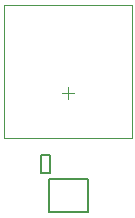
<source format=gbr>
G04*
G04 #@! TF.GenerationSoftware,Altium Limited,Altium Designer,23.3.1 (30)*
G04*
G04 Layer_Color=32768*
%FSLAX44Y44*%
%MOMM*%
G71*
G04*
G04 #@! TF.SameCoordinates,A5132160-A96E-405E-B0A8-EF484DAADAF8*
G04*
G04*
G04 #@! TF.FilePolarity,Positive*
G04*
G01*
G75*
%ADD11C,0.2000*%
%ADD22C,0.0500*%
D11*
X84130Y14060D02*
Y42060D01*
X51130D02*
X84130D01*
X51130Y14060D02*
Y42060D01*
Y14060D02*
X84130D01*
X44510Y61892D02*
X52010D01*
X44510Y47168D02*
Y61892D01*
Y47168D02*
X52010D01*
Y61892D01*
D22*
X62310Y114300D02*
X72310D01*
X67310Y109300D02*
Y119300D01*
X121610Y76350D02*
Y189000D01*
X13010D02*
X121610D01*
X13010Y76350D02*
Y189000D01*
Y76350D02*
X121610D01*
M02*

</source>
